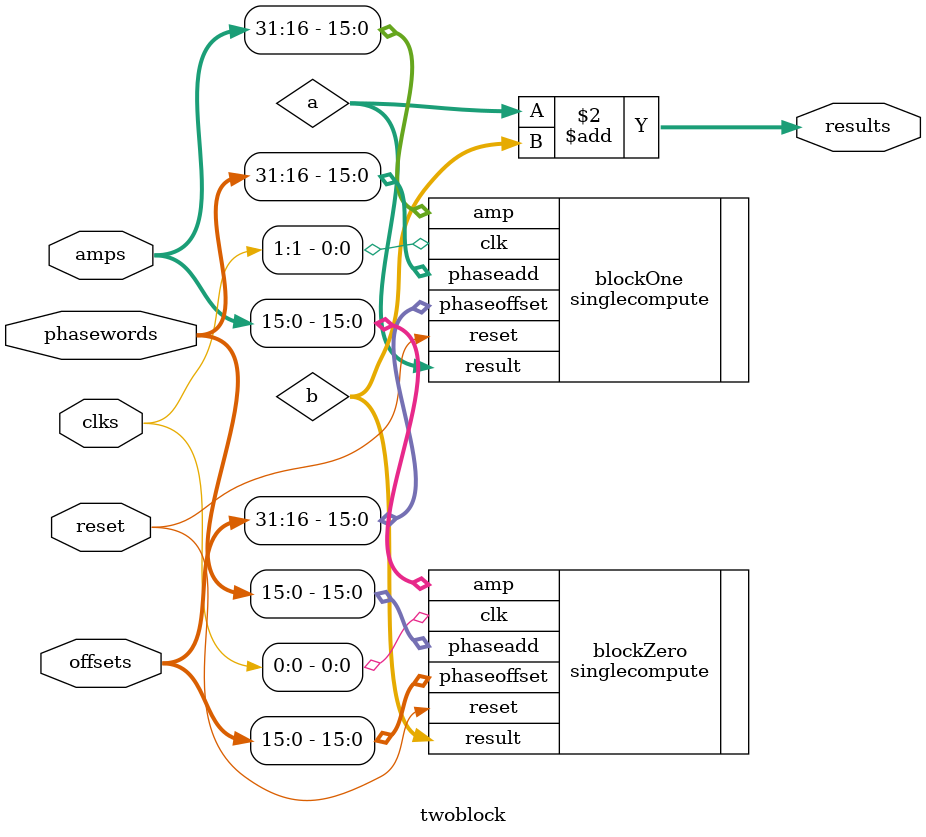
<source format=v>
`timescale 1ns / 1ps
`default_nettype none
module twoblock(
    input wire signed [31:0] amps,
    input wire [31:0] offsets,
    input wire [31:0] phasewords,
    input wire [1:0] clks,
    input wire reset,
    output reg signed [15:0] results
    );

	wire signed [15:0] a, b;
	
	singlecompute blockOne(
		.amp(amps[31:16]),
		.phaseoffset(offsets[31:16]),
		.phaseadd(phasewords[31:16]),
		.clk(clks[1]),
		.reset(reset),
		.result(a)
	);
	
	singlecompute blockZero(
		.amp(amps[15:0]),
		.phaseoffset(offsets[15:0]),
		.phaseadd(phasewords[15:0]),
		.clk(clks[0]),
		.reset(reset),
		.result(b)
	);
	
	always@(*) begin
		results = a + b;
	end
endmodule

</source>
